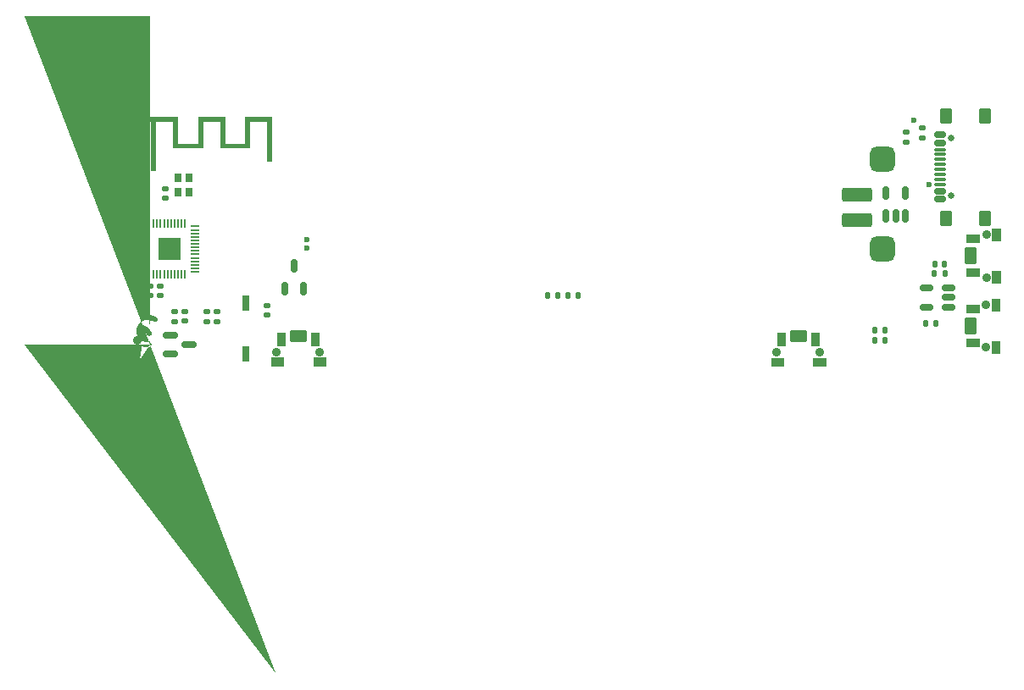
<source format=gbr>
%TF.GenerationSoftware,KiCad,Pcbnew,9.0.1-1.fc41*%
%TF.CreationDate,2025-07-12T12:53:14+07:00*%
%TF.ProjectId,BadgeMagic,42616467-654d-4616-9769-632e6b696361,rev?*%
%TF.SameCoordinates,Original*%
%TF.FileFunction,Soldermask,Top*%
%TF.FilePolarity,Negative*%
%FSLAX46Y46*%
G04 Gerber Fmt 4.6, Leading zero omitted, Abs format (unit mm)*
G04 Created by KiCad (PCBNEW 9.0.1-1.fc41) date 2025-07-12 12:53:14*
%MOMM*%
%LPD*%
G01*
G04 APERTURE LIST*
G04 Aperture macros list*
%AMRoundRect*
0 Rectangle with rounded corners*
0 $1 Rounding radius*
0 $2 $3 $4 $5 $6 $7 $8 $9 X,Y pos of 4 corners*
0 Add a 4 corners polygon primitive as box body*
4,1,4,$2,$3,$4,$5,$6,$7,$8,$9,$2,$3,0*
0 Add four circle primitives for the rounded corners*
1,1,$1+$1,$2,$3*
1,1,$1+$1,$4,$5*
1,1,$1+$1,$6,$7*
1,1,$1+$1,$8,$9*
0 Add four rect primitives between the rounded corners*
20,1,$1+$1,$2,$3,$4,$5,0*
20,1,$1+$1,$4,$5,$6,$7,0*
20,1,$1+$1,$6,$7,$8,$9,0*
20,1,$1+$1,$8,$9,$2,$3,0*%
%AMFreePoly0*
4,1,31,0.302467,1.124245,0.375120,1.076705,0.427132,1.007184,0.452229,0.924066,0.463315,0.703094,0.444080,0.482681,0.394884,0.266968,0.316655,0.060009,0.210860,-0.134308,0.152207,-0.198326,0.075197,-0.238423,-0.010884,-0.249762,-0.095651,-0.230976,-0.168881,-0.184331,-0.221742,-0.115453,-0.247857,-0.032649,-0.244076,0.054092,-0.210856,0.134310,-0.169756,0.198876,-0.105946,0.338016,
-0.061762,0.484575,-0.038035,0.635800,-0.035209,0.788848,-0.044252,0.864850,-0.044251,0.864851,-0.039407,0.951539,-0.005206,1.031343,0.054227,1.094636,0.131724,1.133785,0.217937,1.144068,0.302467,1.124245,0.302467,1.124245,$1*%
%AMFreePoly1*
4,1,68,-0.060368,2.962117,0.181759,2.916692,0.414210,2.835106,0.631615,2.719243,0.631615,2.719244,0.695718,2.660685,0.735927,2.583732,0.747393,2.497669,0.728731,2.412874,0.682192,2.339576,0.613392,2.286616,0.530626,2.260379,0.443879,2.264033,0.363613,2.297136,0.277643,2.351626,0.088949,2.428007,-0.110414,2.469159,-0.313929,2.473737,-0.514942,2.441591,-0.706879,2.373770,
-0.883466,2.272496,-1.038928,2.141077,-1.168183,1.983811,-1.267003,1.805839,-1.332159,1.612982,-1.361520,1.411543,-1.354125,1.208111,-1.310217,1.009336,-1.231231,0.821717,-1.119750,0.651390,-0.979419,0.503923,-0.814826,0.384138,-0.631352,0.295951,-0.434998,0.242245,-0.232182,0.224777,-0.130851,0.234371,-0.130851,0.234370,-0.044301,0.227485,0.034676,0.191414,0.096551,0.130506,
0.133865,0.052109,0.142115,-0.034322,0.120305,-0.118363,0.071068,-0.189875,0.000341,-0.240235,-0.083345,-0.263368,-0.329652,-0.268074,-0.573828,-0.235408,-0.810237,-0.166124,-1.033418,-0.061822,-1.238219,0.075093,-1.419914,0.241457,-1.574304,0.433428,-1.697825,0.646575,-1.787626,0.875977,-1.841633,1.116336,-1.858600,1.362103,-1.838134,1.607603,-1.780707,1.847168,-1.687648,2.075267,
-1.561101,2.286633,-1.403993,2.476385,-1.219948,2.640143,-1.013217,2.774126,-0.788572,2.875239,-0.551200,2.941149,-0.306583,2.970333,-0.060368,2.962117,-0.060368,2.962117,$1*%
G04 Aperture macros list end*
%ADD10C,0.010000*%
%ADD11C,0.000000*%
%ADD12RoundRect,0.135000X-0.135000X-0.185000X0.135000X-0.185000X0.135000X0.185000X-0.135000X0.185000X0*%
%ADD13RoundRect,0.140000X0.140000X0.170000X-0.140000X0.170000X-0.140000X-0.170000X0.140000X-0.170000X0*%
%ADD14RoundRect,0.135000X0.185000X-0.135000X0.185000X0.135000X-0.185000X0.135000X-0.185000X-0.135000X0*%
%ADD15C,0.600000*%
%ADD16RoundRect,0.150000X0.150000X-0.512500X0.150000X0.512500X-0.150000X0.512500X-0.150000X-0.512500X0*%
%ADD17RoundRect,0.135000X-0.185000X0.135000X-0.185000X-0.135000X0.185000X-0.135000X0.185000X0.135000X0*%
%ADD18RoundRect,0.140000X-0.170000X0.140000X-0.170000X-0.140000X0.170000X-0.140000X0.170000X0.140000X0*%
%ADD19RoundRect,0.135000X0.135000X0.185000X-0.135000X0.185000X-0.135000X-0.185000X0.135000X-0.185000X0*%
%ADD20RoundRect,0.140000X0.170000X-0.140000X0.170000X0.140000X-0.170000X0.140000X-0.170000X-0.140000X0*%
%ADD21RoundRect,0.150000X0.512500X0.150000X-0.512500X0.150000X-0.512500X-0.150000X0.512500X-0.150000X0*%
%ADD22FreePoly0,60.000000*%
%ADD23FreePoly1,60.000000*%
%ADD24C,0.900000*%
%ADD25RoundRect,0.205883X1.294117X-0.494117X1.294117X0.494117X-1.294117X0.494117X-1.294117X-0.494117X0*%
%ADD26RoundRect,0.205882X1.294118X-0.494118X1.294118X0.494118X-1.294118X0.494118X-1.294118X-0.494118X0*%
%ADD27R,0.760000X1.600000*%
%ADD28RoundRect,0.625000X-0.625000X-0.625000X0.625000X-0.625000X0.625000X0.625000X-0.625000X0.625000X0*%
%ADD29RoundRect,0.102000X-0.600000X-0.350000X0.600000X-0.350000X0.600000X0.350000X-0.600000X0.350000X0*%
%ADD30RoundRect,0.102000X-0.500000X-0.750000X0.500000X-0.750000X0.500000X0.750000X-0.500000X0.750000X0*%
%ADD31C,0.650000*%
%ADD32RoundRect,0.150000X0.425000X-0.150000X0.425000X0.150000X-0.425000X0.150000X-0.425000X-0.150000X0*%
%ADD33RoundRect,0.075000X0.500000X-0.075000X0.500000X0.075000X-0.500000X0.075000X-0.500000X-0.075000X0*%
%ADD34RoundRect,0.150000X0.450000X-0.600000X0.450000X0.600000X-0.450000X0.600000X-0.450000X-0.600000X0*%
%ADD35RoundRect,0.062500X-0.062500X0.162500X-0.062500X-0.162500X0.062500X-0.162500X0.062500X0.162500X0*%
%ADD36R,1.600000X0.200000*%
%ADD37RoundRect,0.150000X-0.587500X-0.150000X0.587500X-0.150000X0.587500X0.150000X-0.587500X0.150000X0*%
%ADD38R,0.800000X0.900000*%
%ADD39R,0.900000X0.500000*%
%ADD40RoundRect,0.050000X-0.050000X-0.400000X0.050000X-0.400000X0.050000X0.400000X-0.050000X0.400000X0*%
%ADD41RoundRect,0.050000X-0.400000X-0.050000X0.400000X-0.050000X0.400000X0.050000X-0.400000X0.050000X0*%
%ADD42R,2.300000X2.300000*%
%ADD43RoundRect,0.102000X-0.350000X0.600000X-0.350000X-0.600000X0.350000X-0.600000X0.350000X0.600000X0*%
%ADD44RoundRect,0.102000X-0.750000X0.500000X-0.750000X-0.500000X0.750000X-0.500000X0.750000X0.500000X0*%
G04 APERTURE END LIST*
D10*
%TO.C,KEY1*%
X194669791Y-110530000D02*
X193870000Y-110530000D01*
X193870000Y-109331100D01*
X194669791Y-109331100D01*
X194669791Y-110530000D01*
G36*
X194669791Y-110530000D02*
G01*
X193870000Y-110530000D01*
X193870000Y-109331100D01*
X194669791Y-109331100D01*
X194669791Y-110530000D01*
G37*
X194670000Y-114730610D02*
X193870051Y-114730610D01*
X193870051Y-113530000D01*
X194670000Y-113530000D01*
X194670000Y-114730610D01*
G36*
X194670000Y-114730610D02*
G01*
X193870051Y-114730610D01*
X193870051Y-113530000D01*
X194670000Y-113530000D01*
X194670000Y-114730610D01*
G37*
%TO.C,KEY2*%
X194689791Y-103518400D02*
X193890000Y-103518400D01*
X193890000Y-102319500D01*
X194689791Y-102319500D01*
X194689791Y-103518400D01*
G36*
X194689791Y-103518400D02*
G01*
X193890000Y-103518400D01*
X193890000Y-102319500D01*
X194689791Y-102319500D01*
X194689791Y-103518400D01*
G37*
X194690000Y-107719010D02*
X193890051Y-107719010D01*
X193890051Y-106518400D01*
X194690000Y-106518400D01*
X194690000Y-107719010D01*
G36*
X194690000Y-107719010D02*
G01*
X193890051Y-107719010D01*
X193890051Y-106518400D01*
X194690000Y-106518400D01*
X194690000Y-107719010D01*
G37*
D11*
%TO.C,AE1*%
G36*
X112599000Y-93782525D02*
G01*
X114599000Y-93782525D01*
X114599000Y-91142525D01*
X117299000Y-91142525D01*
X117299000Y-93782525D01*
X119299000Y-93782525D01*
X119299000Y-91142525D01*
X121999000Y-91142525D01*
X121999000Y-95582525D01*
X121499000Y-95582525D01*
X121499000Y-91642525D01*
X119799000Y-91642525D01*
X119799000Y-94282525D01*
X116799000Y-94282525D01*
X116799000Y-91642525D01*
X115099000Y-91642525D01*
X115099000Y-94282525D01*
X112099000Y-94282525D01*
X112099000Y-91642525D01*
X110399000Y-91642525D01*
X110399000Y-96542525D01*
X109899000Y-96542525D01*
X109899000Y-91642525D01*
X108499000Y-91642525D01*
X108499000Y-96542525D01*
X107599000Y-96542525D01*
X107599000Y-96299310D01*
X107901417Y-96299310D01*
X107911258Y-96346920D01*
X107935326Y-96389322D01*
X107973269Y-96422106D01*
X107981181Y-96426460D01*
X108023844Y-96438568D01*
X108072363Y-96437825D01*
X108117878Y-96424925D01*
X108136489Y-96414312D01*
X108170132Y-96379078D01*
X108190691Y-96333893D01*
X108197222Y-96284367D01*
X108188782Y-96236108D01*
X108171888Y-96203882D01*
X108136628Y-96171212D01*
X108091318Y-96151117D01*
X108041733Y-96144543D01*
X107993647Y-96152433D01*
X107960755Y-96169339D01*
X107925815Y-96206109D01*
X107906153Y-96250903D01*
X107901417Y-96299310D01*
X107599000Y-96299310D01*
X107599000Y-91142525D01*
X112599000Y-91142525D01*
X112599000Y-93782525D01*
G37*
D10*
%TO.C,KEY4*%
X173040000Y-116010000D02*
X171839390Y-116010000D01*
X171839390Y-115210051D01*
X173040000Y-115210051D01*
X173040000Y-116010000D01*
G36*
X173040000Y-116010000D02*
G01*
X171839390Y-116010000D01*
X171839390Y-115210051D01*
X173040000Y-115210051D01*
X173040000Y-116010000D01*
G37*
X177238900Y-116009791D02*
X176040000Y-116009791D01*
X176040000Y-115210000D01*
X177238900Y-115210000D01*
X177238900Y-116009791D01*
G36*
X177238900Y-116009791D02*
G01*
X176040000Y-116009791D01*
X176040000Y-115210000D01*
X177238900Y-115210000D01*
X177238900Y-116009791D01*
G37*
%TO.C,KEY3*%
X123100000Y-116000000D02*
X121899390Y-116000000D01*
X121899390Y-115200051D01*
X123100000Y-115200051D01*
X123100000Y-116000000D01*
G36*
X123100000Y-116000000D02*
G01*
X121899390Y-116000000D01*
X121899390Y-115200051D01*
X123100000Y-115200051D01*
X123100000Y-116000000D01*
G37*
X127298900Y-115999791D02*
X126100000Y-115999791D01*
X126100000Y-115200000D01*
X127298900Y-115200000D01*
X127298900Y-115999791D01*
G36*
X127298900Y-115999791D02*
G01*
X126100000Y-115999791D01*
X126100000Y-115200000D01*
X127298900Y-115200000D01*
X127298900Y-115999791D01*
G37*
%TD*%
D12*
%TO.C,R10*%
X182150000Y-112490000D03*
X183170000Y-112490000D03*
%TD*%
D13*
%TO.C,C2*%
X107090000Y-100640000D03*
X106130000Y-100640000D03*
%TD*%
D14*
%TO.C,R4*%
X185340000Y-93640000D03*
X185340000Y-92620000D03*
%TD*%
%TO.C,R5*%
X186960000Y-93210000D03*
X186960000Y-92190000D03*
%TD*%
D15*
%TO.C,TP3*%
X125470000Y-104216000D03*
%TD*%
D16*
%TO.C,U4*%
X183327500Y-101037500D03*
X184277500Y-101037500D03*
X185227500Y-101037500D03*
X185227500Y-98762500D03*
X183327500Y-98762500D03*
%TD*%
D17*
%TO.C,R6*%
X112254400Y-110569400D03*
X112254400Y-111589400D03*
%TD*%
%TO.C,R9*%
X116470800Y-110569400D03*
X116470800Y-111589400D03*
%TD*%
D15*
%TO.C,TP1*%
X186110000Y-91440000D03*
%TD*%
D18*
%TO.C,C7*%
X113270400Y-110599400D03*
X113270400Y-111559400D03*
%TD*%
D19*
%TO.C,R7*%
X188300000Y-111800000D03*
X187280000Y-111800000D03*
%TD*%
D20*
%TO.C,C8*%
X105840000Y-94280000D03*
X105840000Y-93320000D03*
%TD*%
%TO.C,C5*%
X109816000Y-109019400D03*
X109816000Y-108059400D03*
%TD*%
D18*
%TO.C,C4*%
X110832000Y-108059400D03*
X110832000Y-109019400D03*
%TD*%
D21*
%TO.C,U3*%
X189585000Y-110140000D03*
X189585000Y-109190000D03*
X189585000Y-108240000D03*
X187310000Y-108240000D03*
X187310000Y-110140000D03*
%TD*%
D22*
%TO.C,MK1*%
X109720000Y-112820002D03*
D23*
X109798307Y-113919695D03*
D24*
X108510000Y-113450000D03*
%TD*%
D25*
%TO.C,J1*%
X180413200Y-101420000D03*
D26*
X180413200Y-98920000D03*
%TD*%
D19*
%TO.C,R1*%
X152580000Y-109000000D03*
X151560000Y-109000000D03*
%TD*%
D27*
%TO.C,SW1*%
X119380000Y-114860000D03*
X119380000Y-109780000D03*
%TD*%
D12*
%TO.C,R11*%
X182150000Y-113480000D03*
X183170000Y-113480000D03*
%TD*%
D17*
%TO.C,R8*%
X115454800Y-110569400D03*
X115454800Y-111589400D03*
%TD*%
D28*
%TO.C,BT1*%
X182929200Y-104320200D03*
X182929200Y-95320200D03*
%TD*%
D24*
%TO.C,KEY1*%
X193320000Y-109880000D03*
X193320000Y-114180000D03*
D29*
X192020000Y-110330000D03*
X192020000Y-113730000D03*
D30*
X191720000Y-112030000D03*
%TD*%
D12*
%TO.C,R3*%
X188155600Y-106752000D03*
X189175600Y-106752000D03*
%TD*%
D24*
%TO.C,KEY2*%
X193340000Y-102868400D03*
X193340000Y-107168400D03*
D29*
X192040000Y-103318400D03*
X192040000Y-106718400D03*
D30*
X191740000Y-105018400D03*
%TD*%
D13*
%TO.C,C6*%
X189145600Y-105812200D03*
X188185600Y-105812200D03*
%TD*%
D31*
%TO.C,J2*%
X189785000Y-99020000D03*
X189785000Y-93240000D03*
D32*
X188710000Y-99330000D03*
X188710000Y-98530000D03*
D33*
X188710000Y-97380000D03*
X188710000Y-96380000D03*
X188710000Y-95880000D03*
X188710000Y-94880000D03*
D32*
X188710000Y-93730000D03*
X188710000Y-92930000D03*
X188710000Y-92930000D03*
X188710000Y-93730000D03*
D33*
X188710000Y-94380000D03*
X188710000Y-95380000D03*
X188710000Y-96880000D03*
X188710000Y-97880000D03*
D32*
X188710000Y-98530000D03*
X188710000Y-99330000D03*
D34*
X189285000Y-101240000D03*
X193215000Y-101240000D03*
X189285000Y-91020000D03*
X193215000Y-91020000D03*
%TD*%
D15*
%TO.C,TP2*%
X187572059Y-97878908D03*
%TD*%
D20*
%TO.C,C3*%
X121500000Y-110960000D03*
X121500000Y-110000000D03*
%TD*%
D35*
%TO.C,U5*%
X106680000Y-96752500D03*
X106180000Y-96752500D03*
X105680000Y-96752500D03*
X105180000Y-96752500D03*
X105180000Y-99327500D03*
X105680000Y-99327500D03*
X106180000Y-99327500D03*
X106680000Y-99327500D03*
D36*
X105930000Y-98040000D03*
%TD*%
D37*
%TO.C,Q1*%
X111842500Y-112920000D03*
X111842500Y-114820000D03*
X113717500Y-113870000D03*
%TD*%
D38*
%TO.C,Y1*%
X113670000Y-98610000D03*
X113670000Y-97210000D03*
X112570000Y-97210000D03*
X112570000Y-98610000D03*
%TD*%
D18*
%TO.C,C1*%
X111360000Y-98280000D03*
X111360000Y-99240000D03*
%TD*%
D39*
%TO.C,AE1*%
X108049000Y-96292525D03*
%TD*%
D19*
%TO.C,R2*%
X150550000Y-108990000D03*
X149530000Y-108990000D03*
%TD*%
D40*
%TO.C,U1*%
X110146000Y-106888400D03*
X110496000Y-106888400D03*
X110846000Y-106888400D03*
X111196000Y-106888400D03*
X111546000Y-106888400D03*
X111896000Y-106888400D03*
X112246000Y-106888400D03*
X112596000Y-106888400D03*
X112946000Y-106888400D03*
X113296000Y-106888400D03*
D41*
X114261000Y-106623400D03*
X114261000Y-106273400D03*
X114261000Y-105923400D03*
X114261000Y-105573400D03*
X114261000Y-105223400D03*
X114261000Y-104873400D03*
X114261000Y-104523400D03*
X114261000Y-104173400D03*
X114261000Y-103823400D03*
X114261000Y-103473400D03*
X114261000Y-103123400D03*
X114261000Y-102773400D03*
X114261000Y-102423400D03*
X114261000Y-102073400D03*
D40*
X113296000Y-101808400D03*
X112946000Y-101808400D03*
X112596000Y-101808400D03*
X112246000Y-101808400D03*
X111896000Y-101808400D03*
X111546000Y-101808400D03*
X111196000Y-101808400D03*
X110846000Y-101808400D03*
X110496000Y-101808400D03*
X110146000Y-101808400D03*
D41*
X109181000Y-102073400D03*
X109181000Y-102423400D03*
X109181000Y-102773400D03*
X109181000Y-103123400D03*
X109181000Y-103473400D03*
X109181000Y-103823400D03*
X109181000Y-104173400D03*
X109181000Y-104523400D03*
X109181000Y-104873400D03*
X109181000Y-105223400D03*
X109181000Y-105573400D03*
X109181000Y-105923400D03*
X109181000Y-106273400D03*
X109181000Y-106623400D03*
D42*
X111721000Y-104348400D03*
%TD*%
D24*
%TO.C,KEY4*%
X176690000Y-114660000D03*
X172390000Y-114660000D03*
D43*
X176240000Y-113360000D03*
X172840000Y-113360000D03*
D44*
X174540000Y-113060000D03*
%TD*%
D16*
%TO.C,U2*%
X123260000Y-108267500D03*
X125160000Y-108267500D03*
X124210000Y-105992500D03*
%TD*%
D24*
%TO.C,KEY3*%
X126750000Y-114650000D03*
X122450000Y-114650000D03*
D43*
X126300000Y-113350000D03*
X122900000Y-113350000D03*
D44*
X124600000Y-113050000D03*
%TD*%
D15*
%TO.C,TP4*%
X125460000Y-103350000D03*
%TD*%
M02*

</source>
